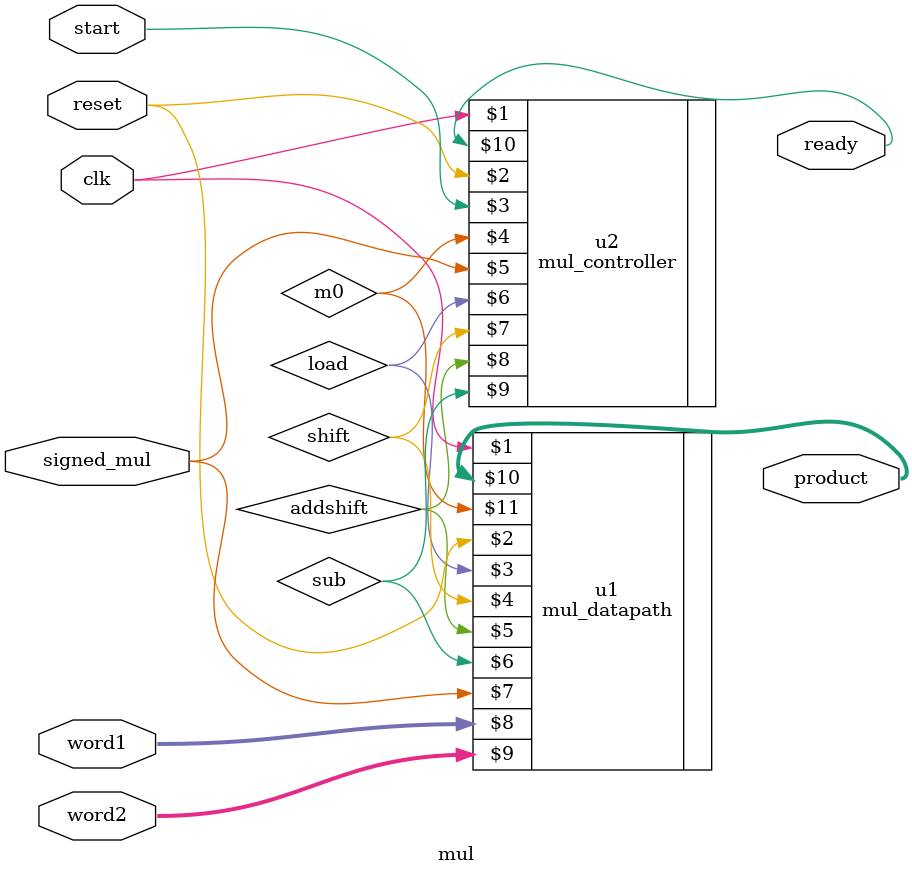
<source format=v>
module mul(clk, reset, start, signed_mul, word1, word2, product, ready);
	parameter N=4, M=2; 
	input clk, reset, start, signed_mul;
	input [N-1:0] word1, word2;
	output [2*N-1:0] product;
	output ready;
	
	wire m0, load, shift, addshift, sub;
	
	mul_datapath #(N) u1 (clk, reset, load, shift, addshift, sub, signed_mul, word1, word2, product, m0);
	mul_controller #(N, M) u2 (clk, reset, start, m0, signed_mul, load, shift, addshift, sub, ready);
endmodule

</source>
